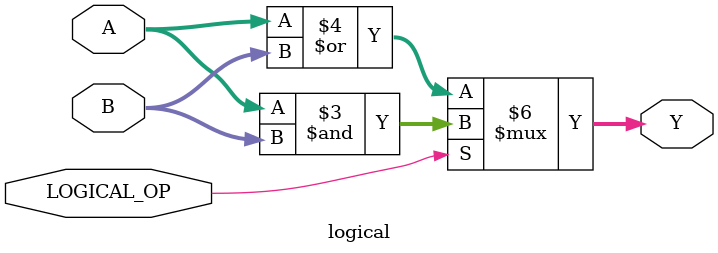
<source format=v>
module logical(A, B, LOGICAL_OP, Y); // add all inputs and outputs inside parentheses

  // inputs
  input [7:0] A;
  input [7:0] B;
  input LOGICAL_OP;
  
  // outputs
  output reg [7:0] Y;
  
  // reg and internal variable definitions
  // implement module here

  always@(*) begin
  	if(LOGICAL_OP == 1'b1) Y = A & B;
  	else Y = A | B;
  end

  
endmodule
</source>
